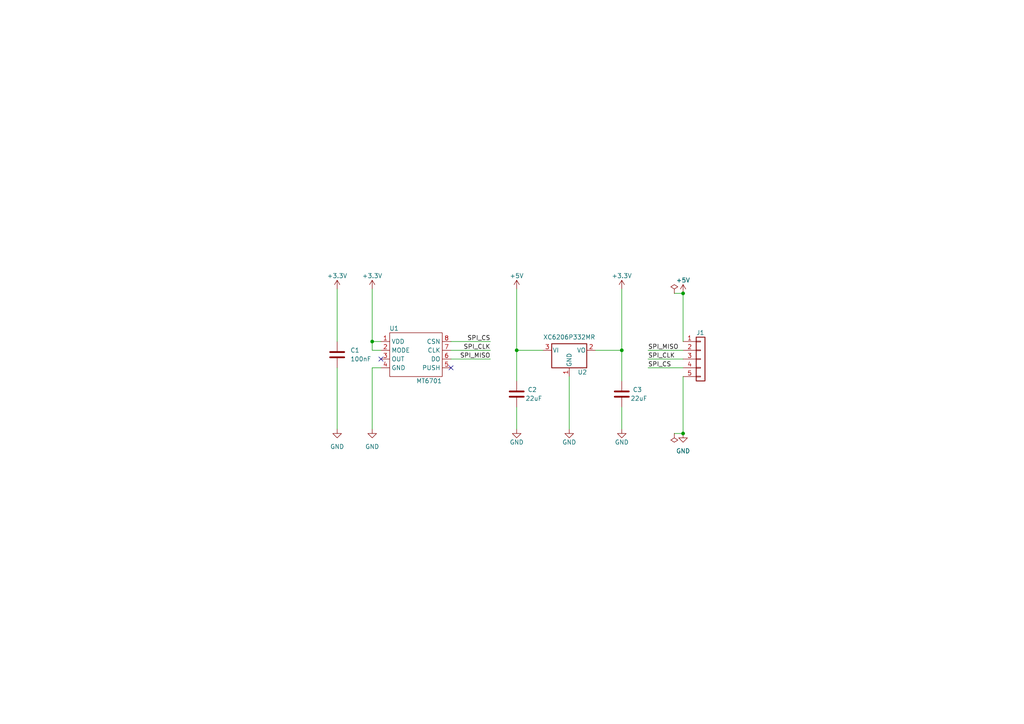
<source format=kicad_sch>
(kicad_sch (version 20211123) (generator eeschema)
  (paper "A4")
  (title_block (title "miniFOC-Sensor") (date "2022-10-21") (rev "1.2.1"))
  (lib_symbols
    (symbol "Connector_Generic:Conn_01x05" (pin_names (offset 1.016) hide)
      (property "Reference" "J" (at 0 7.62 0))
      (property "Value" "Conn_01x05" (at 0 -7.62 0))
      (symbol "Conn_01x05_1_1"
        (rectangle (start -1.27 -4.953) (end 0 -5.207) (stroke (width 0.1524)))
        (rectangle (start -1.27 -2.413) (end 0 -2.667) (stroke (width 0.1524)))
        (rectangle (start -1.27 0.127) (end 0 -0.127) (stroke (width 0.1524)))
        (rectangle (start -1.27 2.667) (end 0 2.413) (stroke (width 0.1524)))
        (rectangle (start -1.27 5.207) (end 0 4.953) (stroke (width 0.1524)))
        (rectangle (start -1.27 6.35) (end 1.27 -6.35) (stroke (width 0.254)))
        (pin passive line (at -5.08 5.08 0) (length 3.81) (name "Pin_1") (number "1"))
        (pin passive line (at -5.08 2.54 0) (length 3.81) (name "Pin_2") (number "2"))
        (pin passive line (at -5.08 0 0) (length 3.81) (name "Pin_3") (number "3"))
        (pin passive line (at -5.08 -2.54 0) (length 3.81) (name "Pin_4") (number "4"))
        (pin passive line (at -5.08 -5.08 0) (length 3.81) (name "Pin_5") (number "5"))
      )
    )
    (symbol "Device:C" (pin_numbers hide) (pin_names (offset 0.254))
      (property "Reference" "C" (at 0.635 2.54 0))
      (property "Value" "C" (at 0.635 -2.54 0))
      (symbol "C_0_1"
        (polyline (pts (xy -2.032 -0.762) (xy 2.032 -0.762)) (stroke (width 0.508)))
        (polyline (pts (xy -2.032 0.762) (xy 2.032 0.762)) (stroke (width 0.508)))
      )
      (symbol "C_1_1"
        (pin passive line (at 0 3.81 270) (length 2.794) (name "~") (number "1"))
        (pin passive line (at 0 -3.81 90) (length 2.794) (name "~") (number "2"))
      )
    )
    (symbol "Library:MT6701"
      (property "Reference" "U" (at 1.27 13.97 0))
      (property "Value" "MT6701" (at 11.43 -1.27 0))
      (symbol "MT6701_0_1"
        (rectangle (start 0 12.7) (end 15.24 0))
      )
      (symbol "MT6701_1_1"
        (pin power_in line (at -2.54 10.16 0) (length 2.54) (name "VDD") (number "1"))
        (pin input line (at -2.54 7.62 0) (length 2.54) (name "MODE") (number "2"))
        (pin input line (at -2.54 5.08 0) (length 2.54) (name "OUT") (number "3"))
        (pin power_in line (at -2.54 2.54 0) (length 2.54) (name "GND") (number "4"))
        (pin output line (at 17.78 2.54 180) (length 2.54) (name "PUSH") (number "5"))
        (pin output line (at 17.78 5.08 180) (length 2.54) (name "DO") (number "6"))
        (pin input line (at 17.78 7.62 180) (length 2.54) (name "CLK") (number "7"))
        (pin input line (at 17.78 10.16 180) (length 2.54) (name "CSN") (number "8"))
      )
    )
    (symbol "Regulator_Linear:XC6206PxxxMR" (pin_names (offset 0.254))
      (property "Reference" "U" (at -3.81 3.175 0))
      (property "Value" "XC6206PxxxMR" (at 0 3.175 0))
      (symbol "XC6206PxxxMR_0_1"
        (rectangle (start -5.08 1.905) (end 5.08 -5.08) (stroke (width 0.254)))
      )
      (symbol "XC6206PxxxMR_1_1"
        (pin power_in line (at 0 -7.62 90) (length 2.54) (name "GND") (number "1"))
        (pin power_out line (at 7.62 0 180) (length 2.54) (name "VO") (number "2"))
        (pin power_in line (at -7.62 0 0) (length 2.54) (name "VI") (number "3"))
      )
    )
    (symbol "power:+3.3V" (power) (pin_names (offset 0))
      (property "Value" "+3.3V" (at 0 3.556 0))
      (symbol "+3.3V_0_1"
        (polyline (pts (xy -0.762 1.27) (xy 0 2.54)))
        (polyline (pts (xy 0 0) (xy 0 2.54)))
        (polyline (pts (xy 0 2.54) (xy 0.762 1.27)))
      )
      (symbol "+3.3V_1_1"
        (pin power_in line (at 0 0 90) (length 0) hide (name "+3.3V") (number "1"))
      )
    )
    (symbol "power:+5V" (power) (pin_names (offset 0))
      (property "Value" "+5V" (at 0 3.556 0))
      (symbol "+5V_0_1"
        (polyline (pts (xy -0.762 1.27) (xy 0 2.54)))
        (polyline (pts (xy 0 0) (xy 0 2.54)))
        (polyline (pts (xy 0 2.54) (xy 0.762 1.27)))
      )
      (symbol "+5V_1_1"
        (pin power_in line (at 0 0 90) (length 0) hide (name "+5V") (number "1"))
      )
    )
    (symbol "power:GND" (power) (pin_names (offset 0))
      (property "Value" "GND" (at 0 -3.81 0))
      (symbol "GND_0_1"
        (polyline (pts (xy 0 0) (xy 0 -1.27) (xy 1.27 -1.27) (xy 0 -2.54) (xy -1.27 -1.27) (xy 0 -1.27)))
      )
      (symbol "GND_1_1"
        (pin power_in line (at 0 0 270) (length 0) hide (name "GND") (number "1"))
      )
    )
    (symbol "power:PWR_FLAG" (power) (pin_numbers hide) (pin_names (offset 0) hide)
      (property "Value" "PWR_FLAG" (at 0 3.81 0))
      (symbol "PWR_FLAG_0_0"
        (pin power_out line (at 0 0 90) (length 0) (name "pwr") (number "1"))
      )
      (symbol "PWR_FLAG_0_1"
        (polyline (pts (xy 0 0) (xy 0 1.27) (xy -1.016 1.905) (xy 0 2.54) (xy 1.016 1.905) (xy 0 1.27)))
      )
    )
  )
  (junction (at 149.86 101.6))
  (junction (at 198.12 125.73))
  (junction (at 180.34 101.6))
  (junction (at 198.12 85.09))
  (junction (at 107.95 99.06))
  (no_connect (at 110.49 104.14))
  (no_connect (at 130.81 106.68))
  (wire (pts (xy 110.49 106.68) (xy 107.95 106.68)))
  (wire (pts (xy 97.79 106.68) (xy 97.79 124.46)))
  (wire (pts (xy 180.34 118.11) (xy 180.34 124.46)))
  (wire (pts (xy 149.86 101.6) (xy 149.86 110.49)))
  (wire (pts (xy 107.95 83.82) (xy 107.95 99.06)))
  (wire (pts (xy 198.12 104.14) (xy 187.96 104.14)))
  (wire (pts (xy 107.95 106.68) (xy 107.95 124.46)))
  (wire (pts (xy 130.81 104.14) (xy 142.24 104.14)))
  (wire (pts (xy 97.79 83.82) (xy 97.79 99.06)))
  (wire (pts (xy 180.34 101.6) (xy 180.34 110.49)))
  (wire (pts (xy 180.34 83.82) (xy 180.34 101.6)))
  (wire (pts (xy 195.58 125.73) (xy 198.12 125.73)))
  (wire (pts (xy 107.95 99.06) (xy 107.95 101.6)))
  (wire (pts (xy 198.12 85.09) (xy 198.12 99.06)))
  (wire (pts (xy 149.86 83.82) (xy 149.86 101.6)))
  (wire (pts (xy 130.81 99.06) (xy 142.24 99.06)))
  (wire (pts (xy 195.58 85.09) (xy 198.12 85.09)))
  (wire (pts (xy 165.1 109.22) (xy 165.1 124.46)))
  (wire (pts (xy 198.12 109.22) (xy 198.12 125.73)))
  (wire (pts (xy 198.12 101.6) (xy 187.96 101.6)))
  (wire (pts (xy 149.86 118.11) (xy 149.86 124.46)))
  (wire (pts (xy 130.81 101.6) (xy 142.24 101.6)))
  (wire (pts (xy 107.95 99.06) (xy 110.49 99.06)))
  (wire (pts (xy 198.12 106.68) (xy 187.96 106.68)))
  (wire (pts (xy 107.95 101.6) (xy 110.49 101.6)))
  (wire (pts (xy 149.86 101.6) (xy 157.48 101.6)))
  (wire (pts (xy 180.34 101.6) (xy 172.72 101.6)))
  (label "SPI_MISO" (at 187.96 101.6 0))
  (label "SPI_CS" (at 142.24 99.06 180))
  (label "SPI_CLK" (at 142.24 101.6 180))
  (label "SPI_MISO" (at 142.24 104.14 180))
  (label "SPI_CLK" (at 187.96 104.14 0))
  (label "SPI_CS" (at 187.96 106.68 0))
  (symbol (lib_id "Connector_Generic:Conn_01x05") (at 203.2 104.14 0) (unit 1)
    (property "Reference" "J1" (at 201.93 96.52 0) (effects (justify left)))
    (property "Value" "Conn_01x05" (effects hide))
    (property "Footprint" "Library:JST_GH_SM05B-GHS-TB_1x05-1MP_P1.25mm_Horizontal" (effects hide))
  )
  (symbol (lib_id "power:+3.3V") (at 97.79 83.82 0) (unit 1)
    (property "Reference" "#PWR01" (effects hide))
    (property "Value" "+3.3V" (at 97.79 80.01 0))
  )
  (symbol (lib_id "Regulator_Linear:XC6206PxxxMR") (at 165.1 101.6 0) (unit 1)
    (property "Reference" "U2" (at 168.91 107.95 0))
    (property "Value" " XC6206P332MR" (at 165.1 97.79 0))
    (property "Footprint" "Library:SOT-23" (effects hide))
    (property "Datasheet" "https://www.torexsemi.com/file/xc6206/XC6206.pdf" (effects hide))
  )
  (symbol (lib_id "Device:C") (at 180.34 114.3 180) (unit 1)
    (property "Reference" "C3" (at 183.515 113.03 0) (effects (justify right)))
    (property "Value" "22uF" (at 182.88 115.57 0) (effects (justify right)))
    (property "Footprint" "Library:C_0603_1608Metric" (effects hide))
  )
  (symbol (lib_id "power:+5V") (at 198.12 85.09 0) (unit 1)
    (property "Reference" "#PWR010" (effects hide))
    (property "Value" "+5V" (at 198.12 81.28 0))
  )
  (symbol (lib_id "power:GND") (at 198.12 125.73 0) (unit 1)
    (property "Reference" "#PWR011" (effects hide))
    (property "Value" "GND" (at 198.12 130.81 0))
  )
  (symbol (lib_id "power:GND") (at 97.79 124.46 0) (unit 1)
    (property "Reference" "#PWR02" (effects hide))
    (property "Value" "GND" (at 97.79 129.54 0))
  )
  (symbol (lib_id "power:+5V") (at 149.86 83.82 0) (unit 1)
    (property "Reference" "#PWR05" (effects hide))
    (property "Value" "+5V" (at 149.86 80.01 0))
  )
  (symbol (lib_id "power:PWR_FLAG") (at 195.58 85.09 0) (unit 1)
    (property "Reference" "#FLG01" (effects hide))
    (property "Value" "PWR_FLAG" (effects hide))
  )
  (symbol (lib_id "power:GND") (at 149.86 124.46 0) (unit 1)
    (property "Reference" "#PWR06" (effects hide))
    (property "Value" "GND" (at 149.86 128.27 0))
  )
  (symbol (lib_id "Device:C") (at 149.86 114.3 180) (unit 1)
    (property "Reference" "C2" (at 153.035 113.03 0) (effects (justify right)))
    (property "Value" "22uF" (at 152.4 115.57 0) (effects (justify right)))
    (property "Footprint" "Library:C_0603_1608Metric" (effects hide))
  )
  (symbol (lib_id "Device:C") (at 97.79 102.87 0) (unit 1)
    (property "Reference" "C1" (at 101.6 101.5999 0) (effects (justify left)))
    (property "Value" "100nF" (at 101.6 104.1399 0) (effects (justify left)))
    (property "Footprint" "Library:C_0402_1005Metric" (effects hide))
  )
  (symbol (lib_id "power:GND") (at 180.34 124.46 0) (unit 1)
    (property "Reference" "#PWR09" (effects hide))
    (property "Value" "GND" (at 180.34 128.27 0))
  )
  (symbol (lib_id "power:+3.3V") (at 180.34 83.82 0) (unit 1)
    (property "Reference" "#PWR08" (effects hide))
    (property "Value" "+3.3V" (at 180.34 80.01 0))
  )
  (symbol (lib_id "power:GND") (at 165.1 124.46 0) (unit 1)
    (property "Reference" "#PWR07" (effects hide))
    (property "Value" "GND" (at 165.1 128.27 0))
  )
  (symbol (lib_id "power:PWR_FLAG") (at 195.58 125.73 0) (mirror x) (unit 1)
    (property "Reference" "#FLG02" (effects hide))
    (property "Value" "PWR_FLAG" (effects hide))
  )
  (symbol (lib_id "Library:MT6701") (at 113.03 109.22 0) (unit 1)
    (property "Reference" "U1" (at 114.3 95.25 0))
    (property "Value" "MT6701" (at 124.46 110.49 0))
    (property "Footprint" "Library:SOP-8_3.9x4.9mm_P1.27mm" (effects hide))
  )
  (symbol (lib_id "power:+3.3V") (at 107.95 83.82 0) (unit 1)
    (property "Reference" "#PWR03" (effects hide))
    (property "Value" "+3.3V" (at 107.95 80.01 0))
  )
  (symbol (lib_id "power:GND") (at 107.95 124.46 0) (unit 1)
    (property "Reference" "#PWR04" (effects hide))
    (property "Value" "GND" (at 107.95 129.54 0))
  )
)
</source>
